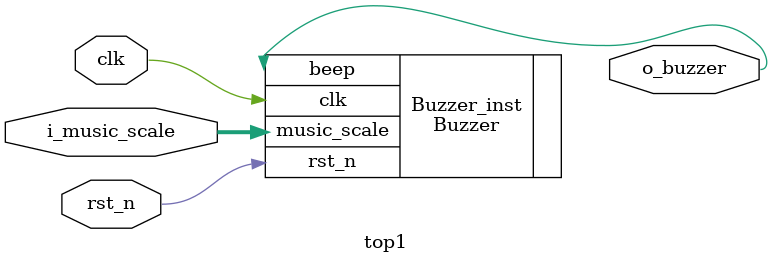
<source format=v>
`timescale 1ns / 1ps


module top1(
    input clk,
    input rst_n,
    input [5:0] i_music_scale,
    output o_buzzer
    );

    Buzzer Buzzer_inst(
       .clk(clk),
       .rst_n(rst_n),
       .music_scale(i_music_scale),
       .beep(o_buzzer)
    );

endmodule

</source>
